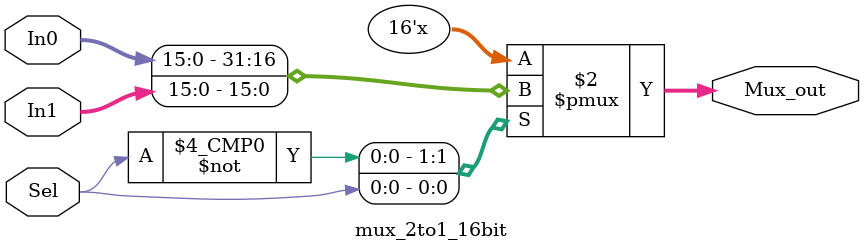
<source format=v>
module mux_2to1_16bit(
    input [15:0] In0,
    input [15:0] In1,
    input Sel,
    output reg [15:0] Mux_out
    );
    
    always @(In0,In1,Sel)
        case(Sel)
        0 : Mux_out = In0;
        1 : Mux_out = In1;
        default: Mux_out <= 16'bZ;
        endcase
endmodule

</source>
